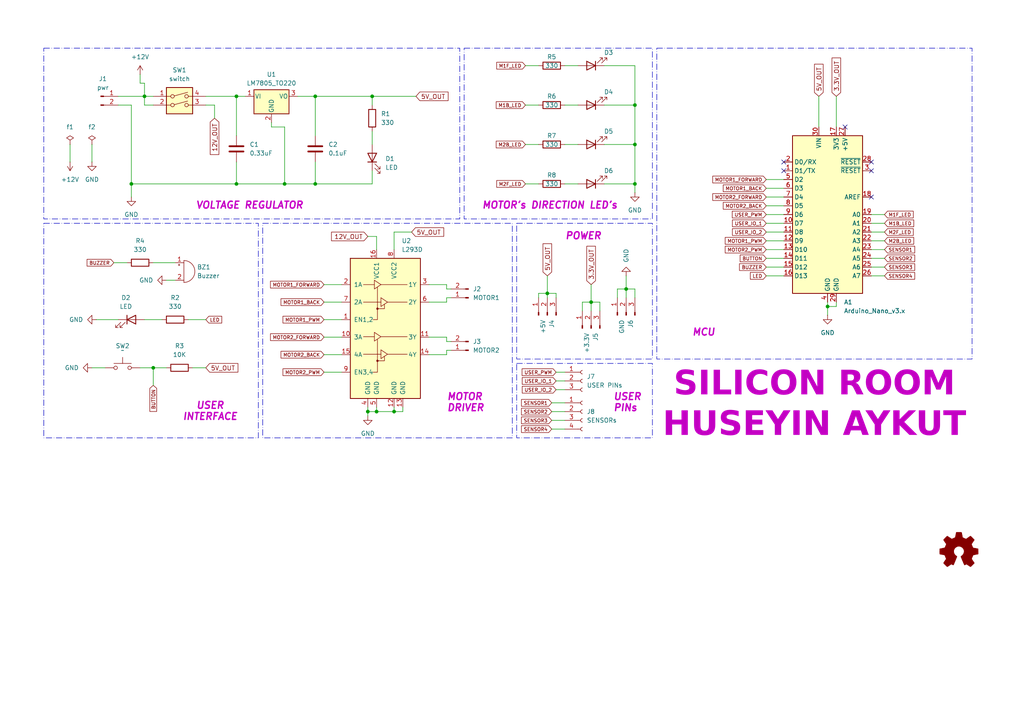
<source format=kicad_sch>
(kicad_sch (version 20231120) (generator "eeschema") (generator_version "8.0")
  (paper "A4")
  (title_block (title "ROBOT CONTROL PCB") (date "2024-10-19") (rev "MARK 1.0") (company "SILICON ROOM") (comment 1 "HUSEYIN AYKUT"))
  (lib_symbols
    (symbol "Connector:Conn_01x02_Pin" (pin_names (offset 1.016) hide)
      (property "Reference" "J" (at 0 2.54 0))
      (property "Value" "Conn_01x02_Pin" (at 0 -5.08 0))
      (symbol "Conn_01x02_Pin_1_1"
        (polyline (pts (xy 1.27 -2.54) (xy 0.8636 -2.54)) (stroke (width 0.1524)))
        (polyline (pts (xy 1.27 0) (xy 0.8636 0)) (stroke (width 0.1524)))
        (rectangle (start 0.8636 -2.413) (end 0 -2.667) (stroke (width 0.1524)) (fill (type outline)))
        (rectangle (start 0.8636 0.127) (end 0 -0.127) (stroke (width 0.1524)) (fill (type outline)))
        (pin passive line (at 5.08 0 180) (length 3.81) (name "Pin_1") (number "1"))
        (pin passive line (at 5.08 -2.54 180) (length 3.81) (name "Pin_2") (number "2"))
      )
    )
    (symbol "Connector:Conn_01x03_Pin" (pin_names (offset 1.016) hide)
      (property "Reference" "J" (at 0 5.08 0))
      (property "Value" "Conn_01x03_Pin" (at 0 -5.08 0))
      (symbol "Conn_01x03_Pin_1_1"
        (polyline (pts (xy 1.27 -2.54) (xy 0.8636 -2.54)) (stroke (width 0.1524)))
        (polyline (pts (xy 1.27 0) (xy 0.8636 0)) (stroke (width 0.1524)))
        (polyline (pts (xy 1.27 2.54) (xy 0.8636 2.54)) (stroke (width 0.1524)))
        (rectangle (start 0.8636 -2.413) (end 0 -2.667) (stroke (width 0.1524)) (fill (type outline)))
        (rectangle (start 0.8636 0.127) (end 0 -0.127) (stroke (width 0.1524)) (fill (type outline)))
        (rectangle (start 0.8636 2.667) (end 0 2.413) (stroke (width 0.1524)) (fill (type outline)))
        (pin passive line (at 5.08 2.54 180) (length 3.81) (name "Pin_1") (number "1"))
        (pin passive line (at 5.08 0 180) (length 3.81) (name "Pin_2") (number "2"))
        (pin passive line (at 5.08 -2.54 180) (length 3.81) (name "Pin_3") (number "3"))
      )
    )
    (symbol "Connector:Conn_01x03_Socket" (pin_names (offset 1.016) hide)
      (property "Reference" "J" (at 0 5.08 0))
      (property "Value" "Conn_01x03_Socket" (at 0 -5.08 0))
      (symbol "Conn_01x03_Socket_1_1"
        (arc (start 0 -2.032) (mid -0.5058 -2.54) (end 0 -3.048) (stroke (width 0.1524)))
        (polyline (pts (xy -1.27 -2.54) (xy -0.508 -2.54)) (stroke (width 0.1524)))
        (polyline (pts (xy -1.27 0) (xy -0.508 0)) (stroke (width 0.1524)))
        (polyline (pts (xy -1.27 2.54) (xy -0.508 2.54)) (stroke (width 0.1524)))
        (arc (start 0 0.508) (mid -0.5058 0) (end 0 -0.508) (stroke (width 0.1524)))
        (arc (start 0 3.048) (mid -0.5058 2.54) (end 0 2.032) (stroke (width 0.1524)))
        (pin passive line (at -5.08 2.54 0) (length 3.81) (name "Pin_1") (number "1"))
        (pin passive line (at -5.08 0 0) (length 3.81) (name "Pin_2") (number "2"))
        (pin passive line (at -5.08 -2.54 0) (length 3.81) (name "Pin_3") (number "3"))
      )
    )
    (symbol "Connector:Conn_01x04_Socket" (pin_names (offset 1.016) hide)
      (property "Reference" "J" (at 0 5.08 0))
      (property "Value" "Conn_01x04_Socket" (at 0 -7.62 0))
      (symbol "Conn_01x04_Socket_1_1"
        (arc (start 0 -4.572) (mid -0.5058 -5.08) (end 0 -5.588) (stroke (width 0.1524)))
        (arc (start 0 -2.032) (mid -0.5058 -2.54) (end 0 -3.048) (stroke (width 0.1524)))
        (polyline (pts (xy -1.27 -5.08) (xy -0.508 -5.08)) (stroke (width 0.1524)))
        (polyline (pts (xy -1.27 -2.54) (xy -0.508 -2.54)) (stroke (width 0.1524)))
        (polyline (pts (xy -1.27 0) (xy -0.508 0)) (stroke (width 0.1524)))
        (polyline (pts (xy -1.27 2.54) (xy -0.508 2.54)) (stroke (width 0.1524)))
        (arc (start 0 0.508) (mid -0.5058 0) (end 0 -0.508) (stroke (width 0.1524)))
        (arc (start 0 3.048) (mid -0.5058 2.54) (end 0 2.032) (stroke (width 0.1524)))
        (pin passive line (at -5.08 2.54 0) (length 3.81) (name "Pin_1") (number "1"))
        (pin passive line (at -5.08 0 0) (length 3.81) (name "Pin_2") (number "2"))
        (pin passive line (at -5.08 -2.54 0) (length 3.81) (name "Pin_3") (number "3"))
        (pin passive line (at -5.08 -5.08 0) (length 3.81) (name "Pin_4") (number "4"))
      )
    )
    (symbol "Device:Buzzer" (pin_names (offset 0.0254) hide)
      (property "Reference" "BZ" (at 3.81 1.27 0))
      (property "Value" "Buzzer" (at 3.81 -1.27 0))
      (symbol "Buzzer_0_1"
        (arc (start 0 -3.175) (mid 3.1612 0) (end 0 3.175))
        (polyline (pts (xy -1.651 1.905) (xy -1.143 1.905)))
        (polyline (pts (xy -1.397 2.159) (xy -1.397 1.651)))
        (polyline (pts (xy 0 3.175) (xy 0 -3.175)))
      )
      (symbol "Buzzer_1_1"
        (pin passive line (at -2.54 2.54 0) (length 2.54) (name "+") (number "1"))
        (pin passive line (at -2.54 -2.54 0) (length 2.54) (name "-") (number "2"))
      )
    )
    (symbol "Device:C" (pin_numbers hide) (pin_names (offset 0.254))
      (property "Reference" "C" (at 0.635 2.54 0))
      (property "Value" "C" (at 0.635 -2.54 0))
      (symbol "C_0_1"
        (polyline (pts (xy -2.032 -0.762) (xy 2.032 -0.762)) (stroke (width 0.508)))
        (polyline (pts (xy -2.032 0.762) (xy 2.032 0.762)) (stroke (width 0.508)))
      )
      (symbol "C_1_1"
        (pin passive line (at 0 3.81 270) (length 2.794) (name "~") (number "1"))
        (pin passive line (at 0 -3.81 90) (length 2.794) (name "~") (number "2"))
      )
    )
    (symbol "Device:LED" (pin_numbers hide) (pin_names (offset 1.016) hide)
      (property "Reference" "D" (at 0 2.54 0))
      (property "Value" "LED" (at 0 -2.54 0))
      (symbol "LED_0_1"
        (polyline (pts (xy -1.27 -1.27) (xy -1.27 1.27)) (stroke (width 0.254)))
        (polyline (pts (xy -1.27 0) (xy 1.27 0)))
        (polyline (pts (xy 1.27 -1.27) (xy 1.27 1.27) (xy -1.27 0) (xy 1.27 -1.27)) (stroke (width 0.254)))
        (polyline (pts (xy -3.048 -0.762) (xy -4.572 -2.286) (xy -3.81 -2.286) (xy -4.572 -2.286) (xy -4.572 -1.524)))
        (polyline (pts (xy -1.778 -0.762) (xy -3.302 -2.286) (xy -2.54 -2.286) (xy -3.302 -2.286) (xy -3.302 -1.524)))
      )
      (symbol "LED_1_1"
        (pin passive line (at -3.81 0 0) (length 2.54) (name "K") (number "1"))
        (pin passive line (at 3.81 0 180) (length 2.54) (name "A") (number "2"))
      )
    )
    (symbol "Device:R" (pin_numbers hide) (pin_names (offset 0))
      (property "Reference" "R" (at 2.032 0 90))
      (property "Value" "R" (at 0 0 90))
      (symbol "R_0_1"
        (rectangle (start -1.016 -2.54) (end 1.016 2.54) (stroke (width 0.254)))
      )
      (symbol "R_1_1"
        (pin passive line (at 0 3.81 270) (length 1.27) (name "~") (number "1"))
        (pin passive line (at 0 -3.81 90) (length 1.27) (name "~") (number "2"))
      )
    )
    (symbol "Driver_Motor:L293D" (pin_names (offset 1.016))
      (property "Reference" "U" (at -5.08 26.035 0))
      (property "Value" "L293D" (at -5.08 24.13 0))
      (symbol "L293D_0_1"
        (rectangle (start -10.16 22.86) (end 10.16 -17.78) (stroke (width 0.254)) (fill (type background)))
        (circle (center -2.286 -6.858) (radius 0.254) (fill (type outline)))
        (circle (center -2.286 8.255) (radius 0.254) (fill (type outline)))
        (polyline (pts (xy -6.35 -4.953) (xy -1.27 -4.953)))
        (polyline (pts (xy -6.35 0.127) (xy -3.175 0.127)))
        (polyline (pts (xy -6.35 10.16) (xy -1.27 10.16)))
        (polyline (pts (xy -6.35 15.24) (xy -3.175 15.24)))
        (polyline (pts (xy -1.27 0.127) (xy 6.35 0.127)))
        (polyline (pts (xy -1.27 15.24) (xy 6.35 15.24)))
        (polyline (pts (xy 0.635 -4.953) (xy 6.35 -4.953)))
        (polyline (pts (xy 0.635 10.16) (xy 6.35 10.16)))
        (polyline (pts (xy -2.286 -6.858) (xy -0.254 -6.858) (xy -0.254 -5.588)))
        (polyline (pts (xy -2.286 -0.635) (xy -2.286 -10.16) (xy -3.556 -10.16)))
        (polyline (pts (xy -2.286 8.255) (xy -0.254 8.255) (xy -0.254 9.525)))
        (polyline (pts (xy -2.286 14.478) (xy -2.286 5.08) (xy -3.556 5.08)))
        (polyline (pts (xy -3.175 1.397) (xy -3.175 -1.143) (xy -1.27 0.127) (xy -3.175 1.397)))
        (polyline (pts (xy -3.175 16.51) (xy -3.175 13.97) (xy -1.27 15.24) (xy -3.175 16.51)))
        (polyline (pts (xy -1.27 -3.683) (xy -1.27 -6.223) (xy 0.635 -4.953) (xy -1.27 -3.683)))
        (polyline (pts (xy -1.27 11.43) (xy -1.27 8.89) (xy 0.635 10.16) (xy -1.27 11.43)))
      )
      (symbol "L293D_1_1"
        (pin input line (at -12.7 5.08 0) (length 2.54) (name "EN1,2") (number "1"))
        (pin input line (at -12.7 0 0) (length 2.54) (name "3A") (number "10"))
        (pin output line (at 12.7 0 180) (length 2.54) (name "3Y") (number "11"))
        (pin power_in line (at 2.54 -20.32 90) (length 2.54) (name "GND") (number "12"))
        (pin power_in line (at 5.08 -20.32 90) (length 2.54) (name "GND") (number "13"))
        (pin output line (at 12.7 -5.08 180) (length 2.54) (name "4Y") (number "14"))
        (pin input line (at -12.7 -5.08 0) (length 2.54) (name "4A") (number "15"))
        (pin power_in line (at -2.54 25.4 270) (length 2.54) (name "VCC1") (number "16"))
        (pin input line (at -12.7 15.24 0) (length 2.54) (name "1A") (number "2"))
        (pin output line (at 12.7 15.24 180) (length 2.54) (name "1Y") (number "3"))
        (pin power_in line (at -5.08 -20.32 90) (length 2.54) (name "GND") (number "4"))
        (pin power_in line (at -2.54 -20.32 90) (length 2.54) (name "GND") (number "5"))
        (pin output line (at 12.7 10.16 180) (length 2.54) (name "2Y") (number "6"))
        (pin input line (at -12.7 10.16 0) (length 2.54) (name "2A") (number "7"))
        (pin power_in line (at 2.54 25.4 270) (length 2.54) (name "VCC2") (number "8"))
        (pin input line (at -12.7 -10.16 0) (length 2.54) (name "EN3,4") (number "9"))
      )
    )
    (symbol "Graphic:Logo_Open_Hardware_Small" (in_bom no) (on_board no)
      (symbol "Logo_Open_Hardware_Small_0_1"
        (polyline (pts (xy 3.3528 -4.3434) (xy 3.302 -4.318) (xy 3.175 -4.2418) (xy 2.9972 -4.1148) (xy 2.7686 -3.9624) (xy 2.54 -3.81) (xy 2.3622 -3.7084) (xy 2.2352 -3.6068) (xy 2.1844 -3.5814) (xy 2.159 -3.6068) (xy 2.0574 -3.6576) (xy 1.905 -3.7338) (xy 1.8034 -3.7846) (xy 1.6764 -3.8354) (xy 1.6002 -3.8354) (xy 1.6002 -3.8354) (xy 1.5494 -3.7338) (xy 1.4732 -3.5306) (xy 1.3462 -3.302) (xy 1.2446 -3.0226) (xy 1.1176 -2.7178) (xy 0.9652 -2.413) (xy 0.8636 -2.1082) (xy 0.7366 -1.8288) (xy 0.6604 -1.6256) (xy 0.6096 -1.4732) (xy 0.5842 -1.397) (xy 0.5842 -1.397) (xy 0.6604 -1.3208) (xy 0.7874 -1.2446) (xy 1.0414 -1.016) (xy 1.2954 -0.6858) (xy 1.4478 -0.3302) (xy 1.524 0.0762) (xy 1.4732 0.4572) (xy 1.3208 0.8128) (xy 1.0668 1.143) (xy 0.762 1.3716) (xy 0.4064 1.524) (xy 0 1.5748) (xy -0.381 1.5494) (xy -0.7366 1.397) (xy -1.0668 1.143) (xy -1.2192 0.9906) (xy -1.397 0.6604) (xy -1.524 0.3048) (xy -1.524 0.2286) (xy -1.4986 -0.1778) (xy -1.397 -0.5334) (xy -1.1938 -0.8636) (xy -0.9144 -1.143) (xy -0.8636 -1.1684) (xy -0.7366 -1.27) (xy -0.635 -1.3462) (xy -0.5842 -1.397) (xy -1.0668 -2.5908) (xy -1.143 -2.794) (xy -1.2954 -3.1242) (xy -1.397 -3.4036) (xy -1.4986 -3.6322) (xy -1.5748 -3.7846) (xy -1.6002 -3.8354) (xy -1.6002 -3.8354) (xy -1.651 -3.8354) (xy -1.7272 -3.81) (xy -1.905 -3.7338) (xy -2.0066 -3.683) (xy -2.1336 -3.6068) (xy -2.2098 -3.5814) (xy -2.2606 -3.6068) (xy -2.3622 -3.683) (xy -2.54 -3.81) (xy -2.7686 -3.9624) (xy -2.9718 -4.0894) (xy -3.1496 -4.2164) (xy -3.302 -4.318) (xy -3.3528 -4.3434) (xy -3.3782 -4.3434) (xy -3.429 -4.318) (xy -3.5306 -4.2164) (xy -3.7084 -4.064) (xy -3.937 -3.8354) (xy -3.9624 -3.81) (xy -4.1656 -3.6068) (xy -4.318 -3.4544) (xy -4.4196 -3.3274) (xy -4.445 -3.2766) (xy -4.445 -3.2766) (xy -4.4196 -3.2258) (xy -4.318 -3.0734) (xy -4.2164 -2.8956) (xy -4.064 -2.667) (xy -3.6576 -2.0828) (xy -3.8862 -1.5494) (xy -3.937 -1.3716) (xy -4.0386 -1.1684) (xy -4.0894 -1.0414) (xy -4.1148 -0.9652) (xy -4.191 -0.9398) (xy -4.318 -0.9144) (xy -4.5466 -0.8636) (xy -4.8006 -0.8128) (xy -5.0546 -0.7874) (xy -5.2578 -0.7366) (xy -5.4356 -0.7112) (xy -5.5118 -0.6858) (xy -5.5118 -0.6858) (xy -5.5372 -0.635) (xy -5.5372 -0.5588) (xy -5.5372 -0.4318) (xy -5.5626 -0.2286) (xy -5.5626 0.0762) (xy -5.5626 0.127) (xy -5.5372 0.4064) (xy -5.5372 0.635) (xy -5.5372 0.762) (xy -5.5372 0.8382) (xy -5.5372 0.8382) (xy -5.461 0.8382) (xy -5.3086 0.889) (xy -5.08 0.9144) (xy -4.826 0.9652) (xy -4.8006 0.9906) (xy -4.5466 1.0414) (xy -4.318 1.0668) (xy -4.1656 1.1176) (xy -4.0894 1.143) (xy -4.0894 1.143) (xy -4.0386 1.2446) (xy -3.9624 1.4224) (xy -3.8608 1.6256) (xy -3.7846 1.8288) (xy -3.7084 2.0066) (xy -3.6576 2.159) (xy -3.6322 2.2098) (xy -3.6322 2.2098) (xy -3.683 2.286) (xy -3.7592 2.413) (xy -3.8862 2.5908) (xy -4.064 2.8194) (xy -4.064 2.8448) (xy -4.2164 3.0734) (xy -4.3434 3.2512) (xy -4.4196 3.3782) (xy -4.445 3.4544) (xy -4.445 3.4544) (xy -4.3942 3.5052) (xy -4.2926 3.6322) (xy -4.1148 3.81) (xy -3.937 4.0132) (xy -3.8608 4.064) (xy -3.6576 4.2926) (xy -3.5052 4.4196) (xy -3.4036 4.4958) (xy -3.3528 4.5212) (xy -3.3528 4.5212) (xy -3.302 4.4704) (xy -3.1496 4.3688) (xy -2.9718 4.2418) (xy -2.7432 4.0894) (xy -2.7178 4.0894) (xy -2.4892 3.937) (xy -2.3114 3.81) (xy -2.1844 3.7084) (xy -2.1336 3.683) (xy -2.1082 3.683) (xy -2.032 3.7084) (xy -1.8542 3.7592) (xy -1.6764 3.8354) (xy -1.4732 3.937) (xy -1.27 4.0132) (xy -1.143 4.064) (xy -1.0668 4.1148) (xy -1.0668 4.1148) (xy -1.0414 4.191) (xy -1.016 4.3434) (xy -0.9652 4.572) (xy -0.9144 4.8514) (xy -0.889 4.9022) (xy -0.8382 5.1562) (xy -0.8128 5.3848) (xy -0.7874 5.5372) (xy -0.762 5.588) (xy -0.7112 5.6134) (xy -0.5842 5.6134) (xy -0.4064 5.6134) (xy -0.1524 5.6134) (xy 0.0762 5.6134) (xy 0.3302 5.6134) (xy 0.5334 5.6134) (xy 0.6858 5.588) (xy 0.7366 5.588) (xy 0.7366 5.588) (xy 0.762 5.5118) (xy 0.8128 5.334) (xy 0.8382 5.1054) (xy 0.9144 4.826) (xy 0.9144 4.7752) (xy 0.9652 4.5212) (xy 1.016 4.2926) (xy 1.0414 4.1402) (xy 1.0668 4.0894) (xy 1.0668 4.0894) (xy 1.1938 4.0386) (xy 1.3716 3.9624) (xy 1.5748 3.8608) (xy 2.0828 3.6576) (xy 2.7178 4.0894) (xy 2.7686 4.1402) (xy 2.9972 4.2926) (xy 3.175 4.4196) (xy 3.302 4.4958) (xy 3.3782 4.5212) (xy 3.3782 4.5212) (xy 3.429 4.4704) (xy 3.556 4.3434) (xy 3.7338 4.191) (xy 3.9116 3.9878) (xy 4.064 3.8354) (xy 4.2418 3.6576) (xy 4.3434 3.556) (xy 4.4196 3.4798) (xy 4.4196 3.429) (xy 4.4196 3.4036) (xy 4.3942 3.3274) (xy 4.2926 3.2004) (xy 4.1656 2.9972) (xy 4.0132 2.794) (xy 3.8862 2.5908) (xy 3.7592 2.3876) (xy 3.6576 2.2352) (xy 3.6322 2.159) (xy 3.6322 2.1336) (xy 3.683 2.0066) (xy 3.7592 1.8288) (xy 3.8608 1.6002) (xy 4.064 1.1176) (xy 4.3942 1.0414) (xy 4.5974 1.016) (xy 4.8768 0.9652) (xy 5.1308 0.9144) (xy 5.5372 0.8382) (xy 5.5626 -0.6604) (xy 5.4864 -0.6858) (xy 5.4356 -0.6858) (xy 5.2832 -0.7366) (xy 5.0546 -0.762) (xy 4.8006 -0.8128) (xy 4.5974 -0.8636) (xy 4.3688 -0.9144) (xy 4.2164 -0.9398) (xy 4.1402 -0.9398) (xy 4.1148 -0.9652) (xy 4.064 -1.0668) (xy 3.9878 -1.2446) (xy 3.9116 -1.4478) (xy 3.81 -1.651) (xy 3.7338 -1.8542) (xy 3.683 -2.0066) (xy 3.6576 -2.0828) (xy 3.683 -2.1336) (xy 3.7846 -2.2606) (xy 3.8862 -2.4638) (xy 4.0386 -2.667) (xy 4.191 -2.8956) (xy 4.318 -3.0734) (xy 4.3942 -3.2004) (xy 4.445 -3.2766) (xy 4.4196 -3.3274) (xy 4.3434 -3.429) (xy 4.1656 -3.5814) (xy 3.937 -3.8354) (xy 3.8862 -3.8608) (xy 3.683 -4.064) (xy 3.5306 -4.2164) (xy 3.4036 -4.318) (xy 3.3528 -4.3434)) (fill (type outline)))
      )
    )
    (symbol "MCU_Module:Arduino_Nano_v3.x"
      (property "Reference" "A" (at -10.16 23.495 0))
      (property "Value" "Arduino_Nano_v3.x" (at 5.08 -24.13 0))
      (symbol "Arduino_Nano_v3.x_0_1"
        (rectangle (start -10.16 22.86) (end 10.16 -22.86) (stroke (width 0.254)) (fill (type background)))
      )
      (symbol "Arduino_Nano_v3.x_1_1"
        (pin bidirectional line (at -12.7 12.7 0) (length 2.54) (name "D1/TX") (number "1"))
        (pin bidirectional line (at -12.7 -2.54 0) (length 2.54) (name "D7") (number "10"))
        (pin bidirectional line (at -12.7 -5.08 0) (length 2.54) (name "D8") (number "11"))
        (pin bidirectional line (at -12.7 -7.62 0) (length 2.54) (name "D9") (number "12"))
        (pin bidirectional line (at -12.7 -10.16 0) (length 2.54) (name "D10") (number "13"))
        (pin bidirectional line (at -12.7 -12.7 0) (length 2.54) (name "D11") (number "14"))
        (pin bidirectional line (at -12.7 -15.24 0) (length 2.54) (name "D12") (number "15"))
        (pin bidirectional line (at -12.7 -17.78 0) (length 2.54) (name "D13") (number "16"))
        (pin power_out line (at 2.54 25.4 270) (length 2.54) (name "3V3") (number "17"))
        (pin input line (at 12.7 5.08 180) (length 2.54) (name "AREF") (number "18"))
        (pin bidirectional line (at 12.7 0 180) (length 2.54) (name "A0") (number "19"))
        (pin bidirectional line (at -12.7 15.24 0) (length 2.54) (name "D0/RX") (number "2"))
        (pin bidirectional line (at 12.7 -2.54 180) (length 2.54) (name "A1") (number "20"))
        (pin bidirectional line (at 12.7 -5.08 180) (length 2.54) (name "A2") (number "21"))
        (pin bidirectional line (at 12.7 -7.62 180) (length 2.54) (name "A3") (number "22"))
        (pin bidirectional line (at 12.7 -10.16 180) (length 2.54) (name "A4") (number "23"))
        (pin bidirectional line (at 12.7 -12.7 180) (length 2.54) (name "A5") (number "24"))
        (pin bidirectional line (at 12.7 -15.24 180) (length 2.54) (name "A6") (number "25"))
        (pin bidirectional line (at 12.7 -17.78 180) (length 2.54) (name "A7") (number "26"))
        (pin power_out line (at 5.08 25.4 270) (length 2.54) (name "+5V") (number "27"))
        (pin input line (at 12.7 15.24 180) (length 2.54) (name "~{RESET}") (number "28"))
        (pin power_in line (at 2.54 -25.4 90) (length 2.54) (name "GND") (number "29"))
        (pin input line (at 12.7 12.7 180) (length 2.54) (name "~{RESET}") (number "3"))
        (pin power_in line (at -2.54 25.4 270) (length 2.54) (name "VIN") (number "30"))
        (pin power_in line (at 0 -25.4 90) (length 2.54) (name "GND") (number "4"))
        (pin bidirectional line (at -12.7 10.16 0) (length 2.54) (name "D2") (number "5"))
        (pin bidirectional line (at -12.7 7.62 0) (length 2.54) (name "D3") (number "6"))
        (pin bidirectional line (at -12.7 5.08 0) (length 2.54) (name "D4") (number "7"))
        (pin bidirectional line (at -12.7 2.54 0) (length 2.54) (name "D5") (number "8"))
        (pin bidirectional line (at -12.7 0 0) (length 2.54) (name "D6") (number "9"))
      )
    )
    (symbol "Regulator_Linear:LM7805_TO220" (pin_names (offset 0.254))
      (property "Reference" "U" (at -3.81 3.175 0))
      (property "Value" "LM7805_TO220" (at 0 3.175 0))
      (symbol "LM7805_TO220_0_1"
        (rectangle (start -5.08 1.905) (end 5.08 -5.08) (stroke (width 0.254)) (fill (type background)))
      )
      (symbol "LM7805_TO220_1_1"
        (pin power_in line (at -7.62 0 0) (length 2.54) (name "VI") (number "1"))
        (pin power_in line (at 0 -7.62 90) (length 2.54) (name "GND") (number "2"))
        (pin power_out line (at 7.62 0 180) (length 2.54) (name "VO") (number "3"))
      )
    )
    (symbol "Switch:SW_DIP_x02" (pin_names (offset 0) hide)
      (property "Reference" "SW" (at 0 6.35 0))
      (property "Value" "SW_DIP_x02" (at 0 -3.81 0))
      (symbol "SW_DIP_x02_0_0"
        (circle (center -2.032 0) (radius 0.508))
        (circle (center -2.032 2.54) (radius 0.508))
        (polyline (pts (xy -1.524 0.127) (xy 2.3622 1.1684)))
        (polyline (pts (xy -1.524 2.667) (xy 2.3622 3.7084)))
        (circle (center 2.032 0) (radius 0.508))
        (circle (center 2.032 2.54) (radius 0.508))
      )
      (symbol "SW_DIP_x02_0_1"
        (rectangle (start -3.81 5.08) (end 3.81 -2.54) (stroke (width 0.254)) (fill (type background)))
      )
      (symbol "SW_DIP_x02_1_1"
        (pin passive line (at -7.62 2.54 0) (length 5.08) (name "~") (number "1"))
        (pin passive line (at -7.62 0 0) (length 5.08) (name "~") (number "2"))
        (pin passive line (at 7.62 0 180) (length 5.08) (name "~") (number "3"))
        (pin passive line (at 7.62 2.54 180) (length 5.08) (name "~") (number "4"))
      )
    )
    (symbol "Switch:SW_Push" (pin_numbers hide) (pin_names (offset 1.016) hide)
      (property "Reference" "SW" (at 1.27 2.54 0))
      (property "Value" "SW_Push" (at 0 -1.524 0))
      (symbol "SW_Push_0_1"
        (circle (center -2.032 0) (radius 0.508))
        (polyline (pts (xy 0 1.27) (xy 0 3.048)))
        (polyline (pts (xy 2.54 1.27) (xy -2.54 1.27)))
        (circle (center 2.032 0) (radius 0.508))
        (pin passive line (at -5.08 0 0) (length 2.54) (name "1") (number "1"))
        (pin passive line (at 5.08 0 180) (length 2.54) (name "2") (number "2"))
      )
    )
    (symbol "power:+12V" (power) (pin_numbers hide) (pin_names (offset 0) hide)
      (property "Value" "+12V" (at 0 3.556 0))
      (symbol "+12V_0_1"
        (polyline (pts (xy -0.762 1.27) (xy 0 2.54)))
        (polyline (pts (xy 0 0) (xy 0 2.54)))
        (polyline (pts (xy 0 2.54) (xy 0.762 1.27)))
      )
      (symbol "+12V_1_1"
        (pin power_in line (at 0 0 90) (length 0) (name "~") (number "1"))
      )
    )
    (symbol "power:GND" (power) (pin_numbers hide) (pin_names (offset 0) hide)
      (property "Value" "GND" (at 0 -3.81 0))
      (symbol "GND_0_1"
        (polyline (pts (xy 0 0) (xy 0 -1.27) (xy 1.27 -1.27) (xy 0 -2.54) (xy -1.27 -1.27) (xy 0 -1.27)))
      )
      (symbol "GND_1_1"
        (pin power_in line (at 0 0 270) (length 0) (name "~") (number "1"))
      )
    )
    (symbol "power:PWR_FLAG" (power) (pin_numbers hide) (pin_names (offset 0) hide)
      (property "Value" "PWR_FLAG" (at 0 3.81 0))
      (symbol "PWR_FLAG_0_0"
        (pin power_out line (at 0 0 90) (length 0) (name "~") (number "1"))
      )
      (symbol "PWR_FLAG_0_1"
        (polyline (pts (xy 0 0) (xy 0 1.27) (xy -1.016 1.905) (xy 0 2.54) (xy 1.016 1.905) (xy 0 1.27)))
      )
    )
  )
  (junction (at 184.15 41.91))
  (junction (at 181.61 83.82))
  (junction (at 41.91 27.94))
  (junction (at 109.22 119.38))
  (junction (at 44.45 106.68))
  (junction (at 114.3 119.38))
  (junction (at 106.68 119.38))
  (junction (at 171.45 87.63))
  (junction (at 158.75 85.09))
  (junction (at 240.03 88.9))
  (junction (at 68.58 27.94))
  (junction (at 82.55 53.34))
  (junction (at 91.44 53.34))
  (junction (at 184.15 53.34))
  (junction (at 91.44 27.94))
  (junction (at 107.95 27.94))
  (junction (at 38.1 53.34))
  (junction (at 68.58 53.34))
  (junction (at 184.15 30.48))
  (no_connect (at 245.11 36.83))
  (no_connect (at 252.73 49.53))
  (no_connect (at 227.33 49.53))
  (no_connect (at 227.33 46.99))
  (no_connect (at 252.73 46.99))
  (no_connect (at 252.73 57.15))
  (wire (pts (xy 163.83 53.34) (xy 167.64 53.34)))
  (wire (pts (xy 252.73 64.77) (xy 256.54 64.77)))
  (wire (pts (xy 163.83 30.48) (xy 167.64 30.48)))
  (wire (pts (xy 163.83 19.05) (xy 167.64 19.05)))
  (wire (pts (xy 252.73 69.85) (xy 256.54 69.85)))
  (wire (pts (xy 93.98 107.95) (xy 99.06 107.95)))
  (wire (pts (xy 222.25 77.47) (xy 227.33 77.47)))
  (wire (pts (xy 44.45 106.68) (xy 44.45 111.76)))
  (wire (pts (xy 168.91 87.63) (xy 168.91 90.17)))
  (wire (pts (xy 171.45 87.63) (xy 171.45 90.17)))
  (wire (pts (xy 184.15 53.34) (xy 184.15 41.91)))
  (wire (pts (xy 158.75 80.01) (xy 158.75 85.09)))
  (wire (pts (xy 78.74 36.83) (xy 82.55 36.83)))
  (wire (pts (xy 240.03 88.9) (xy 240.03 91.44)))
  (wire (pts (xy 107.95 30.48) (xy 107.95 27.94)))
  (wire (pts (xy 40.64 106.68) (xy 44.45 106.68)))
  (wire (pts (xy 184.15 19.05) (xy 175.26 19.05)))
  (wire (pts (xy 152.4 30.48) (xy 156.21 30.48)))
  (wire (pts (xy 38.1 30.48) (xy 34.29 30.48)))
  (wire (pts (xy 222.25 59.69) (xy 227.33 59.69)))
  (wire (pts (xy 40.64 24.13) (xy 41.91 24.13)))
  (wire (pts (xy 242.57 27.94) (xy 242.57 36.83)))
  (wire (pts (xy 41.91 30.48) (xy 41.91 27.94)))
  (wire (pts (xy 54.61 92.71) (xy 59.69 92.71)))
  (wire (pts (xy 222.25 52.07) (xy 227.33 52.07)))
  (wire (pts (xy 116.84 119.38) (xy 116.84 118.11)))
  (wire (pts (xy 156.21 85.09) (xy 158.75 85.09)))
  (wire (pts (xy 106.68 118.11) (xy 106.68 119.38)))
  (wire (pts (xy 242.57 88.9) (xy 242.57 87.63)))
  (wire (pts (xy 27.94 92.71) (xy 34.29 92.71)))
  (wire (pts (xy 160.02 121.92) (xy 163.83 121.92)))
  (wire (pts (xy 91.44 46.99) (xy 91.44 53.34)))
  (wire (pts (xy 107.95 27.94) (xy 120.65 27.94)))
  (wire (pts (xy 91.44 27.94) (xy 86.36 27.94)))
  (wire (pts (xy 175.26 53.34) (xy 184.15 53.34)))
  (wire (pts (xy 184.15 83.82) (xy 181.61 83.82)))
  (wire (pts (xy 44.45 76.2) (xy 50.8 76.2)))
  (wire (pts (xy 158.75 85.09) (xy 158.75 86.36)))
  (wire (pts (xy 129.54 102.87) (xy 129.54 101.6)))
  (wire (pts (xy 184.15 30.48) (xy 184.15 19.05)))
  (wire (pts (xy 160.02 124.46) (xy 163.83 124.46)))
  (wire (pts (xy 181.61 83.82) (xy 181.61 86.36)))
  (wire (pts (xy 59.69 30.48) (xy 62.23 30.48)))
  (wire (pts (xy 152.4 19.05) (xy 156.21 19.05)))
  (wire (pts (xy 222.25 72.39) (xy 227.33 72.39)))
  (wire (pts (xy 158.75 85.09) (xy 161.29 85.09)))
  (wire (pts (xy 109.22 72.39) (xy 109.22 68.58)))
  (wire (pts (xy 93.98 97.79) (xy 99.06 97.79)))
  (wire (pts (xy 184.15 41.91) (xy 184.15 30.48)))
  (wire (pts (xy 152.4 53.34) (xy 156.21 53.34)))
  (wire (pts (xy 91.44 53.34) (xy 82.55 53.34)))
  (wire (pts (xy 93.98 82.55) (xy 99.06 82.55)))
  (wire (pts (xy 152.4 41.91) (xy 156.21 41.91)))
  (wire (pts (xy 20.32 41.91) (xy 20.32 46.99)))
  (wire (pts (xy 252.73 80.01) (xy 256.54 80.01)))
  (wire (pts (xy 93.98 92.71) (xy 99.06 92.71)))
  (wire (pts (xy 129.54 97.79) (xy 129.54 99.06)))
  (wire (pts (xy 68.58 46.99) (xy 68.58 53.34)))
  (wire (pts (xy 44.45 30.48) (xy 41.91 30.48)))
  (wire (pts (xy 184.15 86.36) (xy 184.15 83.82)))
  (wire (pts (xy 240.03 88.9) (xy 242.57 88.9)))
  (wire (pts (xy 129.54 82.55) (xy 124.46 82.55)))
  (wire (pts (xy 26.67 41.91) (xy 26.67 46.99)))
  (wire (pts (xy 33.02 76.2) (xy 36.83 76.2)))
  (wire (pts (xy 129.54 99.06) (xy 130.81 99.06)))
  (wire (pts (xy 106.68 119.38) (xy 109.22 119.38)))
  (wire (pts (xy 106.68 119.38) (xy 106.68 120.65)))
  (wire (pts (xy 252.73 62.23) (xy 256.54 62.23)))
  (wire (pts (xy 41.91 92.71) (xy 46.99 92.71)))
  (wire (pts (xy 68.58 27.94) (xy 68.58 39.37)))
  (wire (pts (xy 55.88 106.68) (xy 59.69 106.68)))
  (wire (pts (xy 62.23 30.48) (xy 62.23 34.29)))
  (wire (pts (xy 119.38 67.31) (xy 114.3 67.31)))
  (wire (pts (xy 222.25 67.31) (xy 227.33 67.31)))
  (wire (pts (xy 222.25 74.93) (xy 227.33 74.93)))
  (wire (pts (xy 160.02 119.38) (xy 163.83 119.38)))
  (wire (pts (xy 107.95 53.34) (xy 91.44 53.34)))
  (wire (pts (xy 41.91 27.94) (xy 44.45 27.94)))
  (wire (pts (xy 175.26 30.48) (xy 184.15 30.48)))
  (wire (pts (xy 252.73 74.93) (xy 256.54 74.93)))
  (wire (pts (xy 161.29 85.09) (xy 161.29 86.36)))
  (wire (pts (xy 171.45 87.63) (xy 168.91 87.63)))
  (wire (pts (xy 240.03 87.63) (xy 240.03 88.9)))
  (wire (pts (xy 173.99 90.17) (xy 173.99 87.63)))
  (wire (pts (xy 38.1 53.34) (xy 38.1 57.15)))
  (wire (pts (xy 44.45 106.68) (xy 48.26 106.68)))
  (wire (pts (xy 114.3 67.31) (xy 114.3 72.39)))
  (wire (pts (xy 161.29 110.49) (xy 163.83 110.49)))
  (wire (pts (xy 129.54 87.63) (xy 129.54 86.36)))
  (wire (pts (xy 38.1 53.34) (xy 38.1 30.48)))
  (wire (pts (xy 93.98 87.63) (xy 99.06 87.63)))
  (wire (pts (xy 252.73 67.31) (xy 256.54 67.31)))
  (wire (pts (xy 107.95 27.94) (xy 91.44 27.94)))
  (wire (pts (xy 114.3 119.38) (xy 116.84 119.38)))
  (wire (pts (xy 175.26 41.91) (xy 184.15 41.91)))
  (wire (pts (xy 109.22 118.11) (xy 109.22 119.38)))
  (wire (pts (xy 107.95 38.1) (xy 107.95 41.91)))
  (wire (pts (xy 160.02 116.84) (xy 163.83 116.84)))
  (wire (pts (xy 59.69 27.94) (xy 68.58 27.94)))
  (wire (pts (xy 222.25 62.23) (xy 227.33 62.23)))
  (wire (pts (xy 34.29 27.94) (xy 41.91 27.94)))
  (wire (pts (xy 252.73 72.39) (xy 256.54 72.39)))
  (wire (pts (xy 129.54 101.6) (xy 130.81 101.6)))
  (wire (pts (xy 161.29 107.95) (xy 163.83 107.95)))
  (wire (pts (xy 222.25 80.01) (xy 227.33 80.01)))
  (wire (pts (xy 109.22 119.38) (xy 114.3 119.38)))
  (wire (pts (xy 91.44 39.37) (xy 91.44 27.94)))
  (wire (pts (xy 171.45 82.55) (xy 171.45 87.63)))
  (wire (pts (xy 222.25 57.15) (xy 227.33 57.15)))
  (wire (pts (xy 156.21 86.36) (xy 156.21 85.09)))
  (wire (pts (xy 82.55 36.83) (xy 82.55 53.34)))
  (wire (pts (xy 222.25 54.61) (xy 227.33 54.61)))
  (wire (pts (xy 124.46 102.87) (xy 129.54 102.87)))
  (wire (pts (xy 181.61 80.01) (xy 181.61 83.82)))
  (wire (pts (xy 173.99 87.63) (xy 171.45 87.63)))
  (wire (pts (xy 222.25 64.77) (xy 227.33 64.77)))
  (wire (pts (xy 184.15 53.34) (xy 184.15 55.88)))
  (wire (pts (xy 107.95 49.53) (xy 107.95 53.34)))
  (wire (pts (xy 124.46 97.79) (xy 129.54 97.79)))
  (wire (pts (xy 93.98 102.87) (xy 99.06 102.87)))
  (wire (pts (xy 181.61 83.82) (xy 179.07 83.82)))
  (wire (pts (xy 124.46 87.63) (xy 129.54 87.63)))
  (wire (pts (xy 129.54 86.36) (xy 130.81 86.36)))
  (wire (pts (xy 163.83 41.91) (xy 167.64 41.91)))
  (wire (pts (xy 237.49 27.94) (xy 237.49 36.83)))
  (wire (pts (xy 48.26 81.28) (xy 50.8 81.28)))
  (wire (pts (xy 114.3 118.11) (xy 114.3 119.38)))
  (wire (pts (xy 129.54 83.82) (xy 129.54 82.55)))
  (wire (pts (xy 109.22 68.58) (xy 106.68 68.58)))
  (wire (pts (xy 179.07 83.82) (xy 179.07 86.36)))
  (wire (pts (xy 78.74 35.56) (xy 78.74 36.83)))
  (wire (pts (xy 130.81 83.82) (xy 129.54 83.82)))
  (wire (pts (xy 222.25 69.85) (xy 227.33 69.85)))
  (wire (pts (xy 38.1 53.34) (xy 68.58 53.34)))
  (wire (pts (xy 161.29 113.03) (xy 163.83 113.03)))
  (wire (pts (xy 41.91 24.13) (xy 41.91 27.94)))
  (wire (pts (xy 252.73 77.47) (xy 256.54 77.47)))
  (wire (pts (xy 40.64 21.59) (xy 40.64 24.13)))
  (wire (pts (xy 68.58 27.94) (xy 71.12 27.94)))
  (wire (pts (xy 82.55 53.34) (xy 68.58 53.34)))
  (wire (pts (xy 26.67 106.68) (xy 30.48 106.68)))
  (rectangle (start 76.2 64.77) (end 148.59 127) (stroke (width 0) (type dash_dot)))
  (rectangle (start 134.62 13.97) (end 189.23 63.5) (stroke (width 0) (type dash_dot)))
  (rectangle (start 149.86 105.41) (end 189.23 127) (stroke (width 0) (type dash_dot)))
  (rectangle (start 149.86 64.77) (end 189.23 104.14) (stroke (width 0) (type dash_dot)))
  (rectangle (start 12.7 13.97) (end 133.35 63.5) (stroke (width 0) (type dash_dot)))
  (rectangle (start 190.5 13.97) (end 281.94 104.14) (stroke (width 0) (type dash_dot)))
  (rectangle (start 12.7 64.77) (end 74.93 127) (stroke (width 0) (type dash_dot)))
  (text "SILICON ROOM\nHUSEYIN AYKUT" (at 236.22 119.38 0) (effects (font (size 7 7) (thickness 1) (bold yes) (italic yes))))
  (text "POWER\n" (at 163.83 68.58 0) (effects (font (size 2 2) (thickness 0.4) (bold yes) (italic yes)) (justify left)))
  (text "MOTOR's DIRECTION LED's\n" (at 139.7 59.69 0) (effects (font (size 2 2) (thickness 0.4) (bold yes) (italic yes)) (justify left)))
  (text "MCU" (at 200.66 96.52 0) (effects (font (size 2 2) (thickness 0.4) (bold yes) (italic yes)) (justify left)))
  (text "VOLTAGE REGULATOR" (at 72.39 59.69 0) (effects (font (size 2 2) (thickness 0.4) (bold yes) (italic yes))))
  (text "MOTOR\nDRIVER" (at 129.54 116.84 0) (effects (font (size 2 2) (thickness 0.4) (bold yes) (italic yes)) (justify left)))
  (text "USER\nINTERFACE\n" (at 60.96 119.38 0) (effects (font (size 2 2) (thickness 0.4) (bold yes) (italic yes))))
  (text "USER\nPINs\n" (at 177.8 116.84 0) (effects (font (size 2 2) (thickness 0.4) (bold yes) (italic yes)) (justify left)))
  (global_label "SENSOR4" (shape input) (at 256.54 80.01 0) (effects (font (size 1 1))) (property "Intersheetrefs" "${INTERSHEET_REFS}" (effects (hide yes))))
  (global_label "SENSOR2" (shape input) (at 160.02 119.38 180) (effects (font (size 1 1))) (property "Intersheetrefs" "${INTERSHEET_REFS}" (effects (hide yes))))
  (global_label "BUTTON" (shape input) (at 44.45 111.76 270) (effects (font (size 1 1))) (property "Intersheetrefs" "${INTERSHEET_REFS}" (effects (hide yes))))
  (global_label "USER_IO_2" (shape input) (at 161.29 113.03 180) (effects (font (size 1 1))) (property "Intersheetrefs" "${INTERSHEET_REFS}" (effects (hide yes))))
  (global_label "M2B_LED" (shape input) (at 152.4 41.91 180) (effects (font (size 1 1))) (property "Intersheetrefs" "${INTERSHEET_REFS}" (effects (hide yes))))
  (global_label "BUTTON" (shape input) (at 222.25 74.93 180) (effects (font (size 1 1))) (property "Intersheetrefs" "${INTERSHEET_REFS}" (effects (hide yes))))
  (global_label "MOTOR2_FORWARD" (shape input) (at 93.98 97.79 180) (effects (font (size 1 1))) (property "Intersheetrefs" "${INTERSHEET_REFS}" (effects (hide yes))))
  (global_label "LED" (shape input) (at 59.69 92.71 0) (effects (font (size 1 1))) (property "Intersheetrefs" "${INTERSHEET_REFS}" (effects (hide yes))))
  (global_label "3.3V_OUT" (shape input) (at 242.57 27.94 90) (property "Intersheetrefs" "${INTERSHEET_REFS}" (effects (hide yes))))
  (global_label "BUZZER" (shape input) (at 222.25 77.47 180) (effects (font (size 1 1))) (property "Intersheetrefs" "${INTERSHEET_REFS}" (effects (hide yes))))
  (global_label "LED" (shape input) (at 222.25 80.01 180) (effects (font (size 1 1))) (property "Intersheetrefs" "${INTERSHEET_REFS}" (effects (hide yes))))
  (global_label "5V_OUT" (shape input) (at 59.69 106.68 0) (property "Intersheetrefs" "${INTERSHEET_REFS}" (effects (hide yes))))
  (global_label "M1F_LED" (shape input) (at 256.54 62.23 0) (effects (font (size 1 1))) (property "Intersheetrefs" "${INTERSHEET_REFS}" (effects (hide yes))))
  (global_label "MOTOR1_FORWARD" (shape input) (at 93.98 82.55 180) (effects (font (size 1 1))) (property "Intersheetrefs" "${INTERSHEET_REFS}" (effects (hide yes))))
  (global_label "USER_PWM" (shape input) (at 161.29 107.95 180) (effects (font (size 1 1))) (property "Intersheetrefs" "${INTERSHEET_REFS}" (effects (hide yes))))
  (global_label "MOTOR2_BACK" (shape input) (at 222.25 59.69 180) (effects (font (size 1 1))) (property "Intersheetrefs" "${INTERSHEET_REFS}" (effects (hide yes))))
  (global_label "5V_OUT" (shape input) (at 119.38 67.31 0) (property "Intersheetrefs" "${INTERSHEET_REFS}" (effects (hide yes))))
  (global_label "M2F_LED" (shape input) (at 152.4 53.34 180) (effects (font (size 1 1))) (property "Intersheetrefs" "${INTERSHEET_REFS}" (effects (hide yes))))
  (global_label "12V_OUT" (shape input) (at 62.23 34.29 270) (property "Intersheetrefs" "${INTERSHEET_REFS}" (effects (hide yes))))
  (global_label "MOTOR2_PWM" (shape input) (at 222.25 72.39 180) (effects (font (size 1 1))) (property "Intersheetrefs" "${INTERSHEET_REFS}" (effects (hide yes))))
  (global_label "USER_IO_1" (shape input) (at 222.25 64.77 180) (effects (font (size 1 1))) (property "Intersheetrefs" "${INTERSHEET_REFS}" (effects (hide yes))))
  (global_label "5V_OUT" (shape input) (at 237.49 27.94 90) (property "Intersheetrefs" "${INTERSHEET_REFS}" (effects (hide yes))))
  (global_label "BUZZER" (shape input) (at 33.02 76.2 180) (effects (font (size 1 1))) (property "Intersheetrefs" "${INTERSHEET_REFS}" (effects (hide yes))))
  (global_label "MOTOR2_FORWARD" (shape input) (at 222.25 57.15 180) (effects (font (size 1 1))) (property "Intersheetrefs" "${INTERSHEET_REFS}" (effects (hide yes))))
  (global_label "M1B_LED" (shape input) (at 152.4 30.48 180) (effects (font (size 1 1))) (property "Intersheetrefs" "${INTERSHEET_REFS}" (effects (hide yes))))
  (global_label "SENSOR1" (shape input) (at 256.54 72.39 0) (effects (font (size 1 1))) (property "Intersheetrefs" "${INTERSHEET_REFS}" (effects (hide yes))))
  (global_label "3.3V_OUT" (shape input) (at 171.45 82.55 90) (property "Intersheetrefs" "${INTERSHEET_REFS}" (effects (hide yes))))
  (global_label "SENSOR2" (shape input) (at 256.54 74.93 0) (effects (font (size 1 1))) (property "Intersheetrefs" "${INTERSHEET_REFS}" (effects (hide yes))))
  (global_label "M1F_LED" (shape input) (at 152.4 19.05 180) (effects (font (size 1 1))) (property "Intersheetrefs" "${INTERSHEET_REFS}" (effects (hide yes))))
  (global_label "MOTOR1_BACK" (shape input) (at 93.98 87.63 180) (effects (font (size 1 1))) (property "Intersheetrefs" "${INTERSHEET_REFS}" (effects (hide yes))))
  (global_label "USER_IO_2" (shape input) (at 222.25 67.31 180) (effects (font (size 1 1))) (property "Intersheetrefs" "${INTERSHEET_REFS}" (effects (hide yes))))
  (global_label "MOTOR2_BACK" (shape input) (at 93.98 102.87 180) (effects (font (size 1 1))) (property "Intersheetrefs" "${INTERSHEET_REFS}" (effects (hide yes))))
  (global_label "5V_OUT" (shape input) (at 158.75 80.01 90) (property "Intersheetrefs" "${INTERSHEET_REFS}" (effects (hide yes))))
  (global_label "SENSOR4" (shape input) (at 160.02 124.46 180) (effects (font (size 1 1))) (property "Intersheetrefs" "${INTERSHEET_REFS}" (effects (hide yes))))
  (global_label "12V_OUT" (shape input) (at 106.68 68.58 180) (property "Intersheetrefs" "${INTERSHEET_REFS}" (effects (hide yes))))
  (global_label "M2F_LED" (shape input) (at 256.54 67.31 0) (effects (font (size 1 1))) (property "Intersheetrefs" "${INTERSHEET_REFS}" (effects (hide yes))))
  (global_label "M2B_LED" (shape input) (at 256.54 69.85 0) (effects (font (size 1 1))) (property "Intersheetrefs" "${INTERSHEET_REFS}" (effects (hide yes))))
  (global_label "USER_IO_1" (shape input) (at 161.29 110.49 180) (effects (font (size 1 1))) (property "Intersheetrefs" "${INTERSHEET_REFS}" (effects (hide yes))))
  (global_label "M1B_LED" (shape input) (at 256.54 64.77 0) (effects (font (size 1 1))) (property "Intersheetrefs" "${INTERSHEET_REFS}" (effects (hide yes))))
  (global_label "5V_OUT" (shape input) (at 120.65 27.94 0) (property "Intersheetrefs" "${INTERSHEET_REFS}" (effects (hide yes))))
  (global_label "SENSOR3" (shape input) (at 256.54 77.47 0) (effects (font (size 1 1))) (property "Intersheetrefs" "${INTERSHEET_REFS}" (effects (hide yes))))
  (global_label "USER_PWM" (shape input) (at 222.25 62.23 180) (effects (font (size 1 1))) (property "Intersheetrefs" "${INTERSHEET_REFS}" (effects (hide yes))))
  (global_label "MOTOR1_PWM" (shape input) (at 93.98 92.71 180) (effects (font (size 1 1))) (property "Intersheetrefs" "${INTERSHEET_REFS}" (effects (hide yes))))
  (global_label "MOTOR1_PWM" (shape input) (at 222.25 69.85 180) (effects (font (size 1 1))) (property "Intersheetrefs" "${INTERSHEET_REFS}" (effects (hide yes))))
  (global_label "SENSOR1" (shape input) (at 160.02 116.84 180) (effects (font (size 1 1))) (property "Intersheetrefs" "${INTERSHEET_REFS}" (effects (hide yes))))
  (global_label "MOTOR1_FORWARD" (shape input) (at 222.25 52.07 180) (effects (font (size 1 1))) (property "Intersheetrefs" "${INTERSHEET_REFS}" (effects (hide yes))))
  (global_label "MOTOR2_PWM" (shape input) (at 93.98 107.95 180) (effects (font (size 1 1))) (property "Intersheetrefs" "${INTERSHEET_REFS}" (effects (hide yes))))
  (global_label "SENSOR3" (shape input) (at 160.02 121.92 180) (effects (font (size 1 1))) (property "Intersheetrefs" "${INTERSHEET_REFS}" (effects (hide yes))))
  (global_label "MOTOR1_BACK" (shape input) (at 222.25 54.61 180) (effects (font (size 1 1))) (property "Intersheetrefs" "${INTERSHEET_REFS}" (effects (hide yes))))
  (symbol (lib_id "MCU_Module:Arduino_Nano_v3.x") (at 240.03 62.23 0) (unit 1)
    (property "Reference" "A1" (at 244.7641 87.63 0) (effects (justify left)))
    (property "Value" "Arduino_Nano_v3.x" (at 244.7641 90.17 0) (effects (justify left)))
    (property "Footprint" "Module:Arduino_Nano" (effects (hide yes)))
    (property "Datasheet" "http://www.mouser.com/pdfdocs/Gravitech_Arduino_Nano3_0.pdf" (effects (hide yes)))
    (property "Description" "Arduino Nano v3.x" (effects (hide yes)))
  )
  (symbol (lib_id "Connector:Conn_01x04_Socket") (at 168.91 119.38 0) (unit 1)
    (property "Reference" "J8" (at 170.18 119.3799 0) (effects (justify left)))
    (property "Value" "SENSORs" (at 170.18 121.9199 0) (effects (justify left)))
    (property "Footprint" "Connector_PinSocket_2.54mm:PinSocket_1x04_P2.54mm_Vertical" (effects (hide yes)))
    (property "Description" "Generic connector, single row, 01x04, script generated" (effects (hide yes)))
  )
  (symbol (lib_id "power:+12V") (at 40.64 21.59 0) (unit 1)
    (property "Reference" "#PWR02" (effects (hide yes)))
    (property "Value" "+12V" (at 40.64 16.51 0))
    (property "Description" "Power symbol creates a global label with name \"+12V\"" (effects (hide yes)))
  )
  (symbol (lib_id "Connector:Conn_01x03_Pin") (at 171.45 95.25 90) (unit 1)
    (property "Reference" "J5" (at 172.7201 96.52 0) (effects (justify right)))
    (property "Value" "+3.3V" (at 170.1801 96.52 0) (effects (justify right)))
    (property "Footprint" "Connector_PinHeader_2.54mm:PinHeader_1x03_P2.54mm_Vertical" (effects (hide yes)))
    (property "Description" "Generic connector, single row, 01x03, script generated" (effects (hide yes)))
  )
  (symbol (lib_id "power:GND") (at 27.94 92.71 270) (unit 1)
    (property "Reference" "#PWR05" (effects (hide yes)))
    (property "Value" "GND" (at 24.13 92.7099 90) (effects (justify right)))
    (property "Description" "Power symbol creates a global label with name \"GND\" , ground" (effects (hide yes)))
  )
  (symbol (lib_id "Connector:Conn_01x03_Socket") (at 168.91 110.49 0) (unit 1)
    (property "Reference" "J7" (at 170.18 109.2199 0) (effects (justify left)))
    (property "Value" "USER PINs" (at 170.18 111.7599 0) (effects (justify left)))
    (property "Footprint" "Connector_PinSocket_2.54mm:PinSocket_1x03_P2.54mm_Vertical" (effects (hide yes)))
    (property "Description" "Generic connector, single row, 01x03, script generated" (effects (hide yes)))
  )
  (symbol (lib_id "Device:C") (at 68.58 43.18 0) (unit 1)
    (property "Reference" "C1" (at 72.39 41.9099 0) (effects (justify left)))
    (property "Value" "0.33uF" (at 72.39 44.4499 0) (effects (justify left)))
    (property "Footprint" "Capacitor_THT:C_Disc_D3.0mm_W2.0mm_P2.50mm" (effects (hide yes)))
    (property "Description" "Unpolarized capacitor" (effects (hide yes)))
  )
  (symbol (lib_id "Switch:SW_DIP_x02") (at 52.07 30.48 0) (unit 1)
    (property "Reference" "SW1" (at 52.07 20.32 0))
    (property "Value" "switch" (at 52.07 22.86 0))
    (property "Footprint" "Button_Switch_THT:SW_DIP_SPSTx02_Slide_9.78x7.26mm_W7.62mm_P2.54mm" (effects (hide yes)))
    (property "Description" "2x DIP Switch, Single Pole Single Throw (SPST) switch, small symbol" (effects (hide yes)))
  )
  (symbol (lib_id "power:GND") (at 26.67 106.68 270) (unit 1)
    (property "Reference" "#PWR06" (effects (hide yes)))
    (property "Value" "GND" (at 22.86 106.6799 90) (effects (justify right)))
    (property "Description" "Power symbol creates a global label with name \"GND\" , ground" (effects (hide yes)))
  )
  (symbol (lib_id "Device:R") (at 160.02 30.48 90) (unit 1)
    (property "Reference" "R6" (at 160.02 27.94 90))
    (property "Value" "330" (at 160.02 30.48 90))
    (property "Footprint" "Resistor_THT:R_Axial_DIN0204_L3.6mm_D1.6mm_P5.08mm_Horizontal" (effects (hide yes)))
    (property "Description" "Resistor" (effects (hide yes)))
  )
  (symbol (lib_id "Device:R") (at 160.02 53.34 90) (unit 1)
    (property "Reference" "R8" (at 160.02 50.8 90))
    (property "Value" "330" (at 160.02 53.34 90))
    (property "Footprint" "Resistor_THT:R_Axial_DIN0204_L3.6mm_D1.6mm_P5.08mm_Horizontal" (effects (hide yes)))
    (property "Description" "Resistor" (effects (hide yes)))
  )
  (symbol (lib_id "Device:R") (at 160.02 41.91 90) (unit 1)
    (property "Reference" "R7" (at 160.02 39.37 90))
    (property "Value" "330" (at 160.02 41.91 90))
    (property "Footprint" "Resistor_THT:R_Axial_DIN0204_L3.6mm_D1.6mm_P5.08mm_Horizontal" (effects (hide yes)))
    (property "Description" "Resistor" (effects (hide yes)))
  )
  (symbol (lib_id "Device:LED") (at 38.1 92.71 0) (unit 1)
    (property "Reference" "D2" (at 36.5125 86.36 0))
    (property "Value" "LED" (at 36.5125 88.9 0))
    (property "Footprint" "LED_THT:LED_D5.0mm" (effects (hide yes)))
    (property "Description" "Light emitting diode" (effects (hide yes)))
  )
  (symbol (lib_id "power:GND") (at 240.03 91.44 0) (unit 1)
    (property "Reference" "#PWR09" (effects (hide yes)))
    (property "Value" "GND" (at 240.03 96.52 0))
    (property "Description" "Power symbol creates a global label with name \"GND\" , ground" (effects (hide yes)))
  )
  (symbol (lib_id "power:+12V") (at 20.32 46.99 180) (unit 1)
    (property "Reference" "#PWR04" (effects (hide yes)))
    (property "Value" "+12V" (at 20.32 52.07 0))
    (property "Description" "Power symbol creates a global label with name \"+12V\"" (effects (hide yes)))
  )
  (symbol (lib_id "Driver_Motor:L293D") (at 111.76 97.79 0) (unit 1)
    (property "Reference" "U2" (at 116.4941 69.85 0) (effects (justify left)))
    (property "Value" "L293D" (at 116.4941 72.39 0) (effects (justify left)))
    (property "Footprint" "Package_DIP:DIP-16_W7.62mm" (effects (hide yes)))
    (property "Datasheet" "http://www.ti.com/lit/ds/symlink/l293.pdf" (effects (hide yes)))
    (property "Description" "Quadruple Half-H Drivers" (effects (hide yes)))
  )
  (symbol (lib_id "Device:R") (at 52.07 106.68 90) (unit 1)
    (property "Reference" "R3" (at 52.07 100.33 90))
    (property "Value" "10K" (at 52.07 102.87 90))
    (property "Footprint" "Resistor_THT:R_Axial_DIN0204_L3.6mm_D1.6mm_P5.08mm_Horizontal" (effects (hide yes)))
    (property "Description" "Resistor" (effects (hide yes)))
  )
  (symbol (lib_id "Connector:Conn_01x03_Pin") (at 158.75 91.44 90) (unit 1)
    (property "Reference" "J4" (at 160.0201 92.71 0) (effects (justify right)))
    (property "Value" "+5V" (at 157.4801 92.71 0) (effects (justify right)))
    (property "Footprint" "Connector_PinHeader_2.54mm:PinHeader_1x03_P2.54mm_Vertical" (effects (hide yes)))
    (property "Description" "Generic connector, single row, 01x03, script generated" (effects (hide yes)))
  )
  (symbol (lib_id "power:GND") (at 38.1 57.15 0) (unit 1)
    (property "Reference" "#PWR01" (effects (hide yes)))
    (property "Value" "GND" (at 38.1 62.23 0))
    (property "Description" "Power symbol creates a global label with name \"GND\" , ground" (effects (hide yes)))
  )
  (symbol (lib_id "power:GND") (at 26.67 46.99 0) (unit 1)
    (property "Reference" "#PWR03" (effects (hide yes)))
    (property "Value" "GND" (at 26.67 52.07 0))
    (property "Description" "Power symbol creates a global label with name \"GND\" , ground" (effects (hide yes)))
  )
  (symbol (lib_id "Device:LED") (at 107.95 45.72 90) (unit 1)
    (property "Reference" "D1" (at 111.76 46.0374 90) (effects (justify right)))
    (property "Value" "LED" (at 111.76 48.5774 90) (effects (justify right)))
    (property "Footprint" "LED_THT:LED_D5.0mm" (effects (hide yes)))
    (property "Description" "Light emitting diode" (effects (hide yes)))
  )
  (symbol (lib_id "Device:LED") (at 171.45 53.34 180) (unit 1)
    (property "Reference" "D6" (at 176.53 49.53 0))
    (property "Value" "LED" (effects (hide yes)))
    (property "Footprint" "LED_THT:LED_D5.0mm" (effects (hide yes)))
    (property "Description" "Light emitting diode" (effects (hide yes)))
  )
  (symbol (lib_id "Graphic:Logo_Open_Hardware_Small") (at 278.13 160.02 0) (unit 1) (in_bom no) (on_board no)
    (property "Reference" "#SYM1" (effects (hide yes)))
    (property "Value" "Logo_Open_Hardware_Small" (effects (hide yes)))
    (property "Description" "Open Hardware logo, small" (effects (hide yes)))
    (property "Sim.Enable" "0" (effects (hide yes)))
  )
  (symbol (lib_id "Device:LED") (at 171.45 19.05 180) (unit 1)
    (property "Reference" "D3" (at 176.53 15.24 0))
    (property "Value" "LED" (effects (hide yes)))
    (property "Footprint" "LED_THT:LED_D5.0mm" (effects (hide yes)))
    (property "Description" "Light emitting diode" (effects (hide yes)))
  )
  (symbol (lib_id "power:GND") (at 106.68 120.65 0) (unit 1)
    (property "Reference" "#PWR08" (effects (hide yes)))
    (property "Value" "GND" (at 106.68 125.73 0))
    (property "Description" "Power symbol creates a global label with name \"GND\" , ground" (effects (hide yes)))
  )
  (symbol (lib_id "Connector:Conn_01x02_Pin") (at 29.21 27.94 0) (unit 1)
    (property "Reference" "J1" (at 29.845 22.86 0))
    (property "Value" "pwr" (at 29.845 25.4 0))
    (property "Footprint" "Connector_Molex:Molex_KK-254_AE-6410-02A_1x02_P2.54mm_Vertical" (effects (hide yes)))
    (property "Description" "Generic connector, single row, 01x02, script generated" (effects (hide yes)))
  )
  (symbol (lib_id "power:GND") (at 48.26 81.28 270) (unit 1)
    (property "Reference" "#PWR07" (effects (hide yes)))
    (property "Value" "GND" (at 44.45 81.2799 90) (effects (justify right)))
    (property "Description" "Power symbol creates a global label with name \"GND\" , ground" (effects (hide yes)))
  )
  (symbol (lib_id "Device:C") (at 91.44 43.18 0) (unit 1)
    (property "Reference" "C2" (at 95.25 41.9099 0) (effects (justify left)))
    (property "Value" "0.1uF" (at 95.25 44.4499 0) (effects (justify left)))
    (property "Footprint" "Capacitor_THT:C_Disc_D3.0mm_W2.0mm_P2.50mm" (effects (hide yes)))
    (property "Description" "Unpolarized capacitor" (effects (hide yes)))
  )
  (symbol (lib_id "Device:Buzzer") (at 53.34 78.74 0) (unit 1)
    (property "Reference" "BZ1" (at 57.15 77.4699 0) (effects (justify left)))
    (property "Value" "Buzzer" (at 57.15 80.0099 0) (effects (justify left)))
    (property "Footprint" "Buzzer_Beeper:Buzzer_12x9.5RM7.6" (effects (hide yes)))
    (property "Description" "Buzzer, polarized" (effects (hide yes)))
  )
  (symbol (lib_id "Device:LED") (at 171.45 30.48 180) (unit 1)
    (property "Reference" "D4" (at 176.53 26.67 0))
    (property "Value" "LED" (effects (hide yes)))
    (property "Footprint" "LED_THT:LED_D5.0mm" (effects (hide yes)))
    (property "Description" "Light emitting diode" (effects (hide yes)))
  )
  (symbol (lib_id "power:GND") (at 181.61 80.01 180) (unit 1)
    (property "Reference" "#PWR011" (effects (hide yes)))
    (property "Value" "GND" (at 181.6101 76.2 90) (effects (justify right)))
    (property "Description" "Power symbol creates a global label with name \"GND\" , ground" (effects (hide yes)))
  )
  (symbol (lib_id "power:GND") (at 184.15 55.88 0) (unit 1)
    (property "Reference" "#PWR010" (effects (hide yes)))
    (property "Value" "GND" (at 184.15 60.96 0))
    (property "Description" "Power symbol creates a global label with name \"GND\" , ground" (effects (hide yes)))
  )
  (symbol (lib_id "Device:R") (at 40.64 76.2 90) (unit 1)
    (property "Reference" "R4" (at 40.64 69.85 90))
    (property "Value" "330" (at 40.64 72.39 90))
    (property "Footprint" "Resistor_THT:R_Axial_DIN0204_L3.6mm_D1.6mm_P5.08mm_Horizontal" (effects (hide yes)))
    (property "Description" "Resistor" (effects (hide yes)))
  )
  (symbol (lib_id "Device:LED") (at 171.45 41.91 180) (unit 1)
    (property "Reference" "D5" (at 176.53 38.1 0))
    (property "Value" "LED" (effects (hide yes)))
    (property "Footprint" "LED_THT:LED_D5.0mm" (effects (hide yes)))
    (property "Description" "Light emitting diode" (effects (hide yes)))
  )
  (symbol (lib_id "Switch:SW_Push") (at 35.56 106.68 0) (unit 1)
    (property "Reference" "SW2" (at 35.56 100.33 0))
    (property "Value" "~" (at 35.56 101.6 0))
    (property "Footprint" "Button_Switch_THT:SW_PUSH_6mm_H4.3mm" (effects (hide yes)))
    (property "Description" "Push button switch, generic, two pins" (effects (hide yes)))
  )
  (symbol (lib_id "power:PWR_FLAG") (at 26.67 41.91 0) (mirror y) (unit 1)
    (property "Reference" "#FLG02" (effects (hide yes)))
    (property "Value" "f2" (at 26.67 36.83 0))
    (property "Description" "Special symbol for telling ERC where power comes from" (effects (hide yes)))
  )
  (symbol (lib_id "Connector:Conn_01x02_Pin") (at 135.89 86.36 180) (unit 1)
    (property "Reference" "J2" (at 137.16 83.8199 0) (effects (justify right)))
    (property "Value" "MOTOR1" (at 137.16 86.3599 0) (effects (justify right)))
    (property "Footprint" "Connector_Molex:Molex_KK-254_AE-6410-02A_1x02_P2.54mm_Vertical" (effects (hide yes)))
    (property "Description" "Generic connector, single row, 01x02, script generated" (effects (hide yes)))
  )
  (symbol (lib_id "Device:R") (at 107.95 34.29 0) (unit 1)
    (property "Reference" "R1" (at 110.49 33.0199 0) (effects (justify left)))
    (property "Value" "330" (at 110.49 35.5599 0) (effects (justify left)))
    (property "Footprint" "Resistor_THT:R_Axial_DIN0204_L3.6mm_D1.6mm_P5.08mm_Horizontal" (effects (hide yes)))
    (property "Description" "Resistor" (effects (hide yes)))
  )
  (symbol (lib_id "Connector:Conn_01x03_Pin") (at 181.61 91.44 90) (unit 1)
    (property "Reference" "J6" (at 182.8801 92.71 0) (effects (justify right)))
    (property "Value" "GND" (at 180.3401 92.71 0) (effects (justify right)))
    (property "Footprint" "Connector_PinHeader_2.54mm:PinHeader_1x03_P2.54mm_Vertical" (effects (hide yes)))
    (property "Description" "Generic connector, single row, 01x03, script generated" (effects (hide yes)))
  )
  (symbol (lib_id "Device:R") (at 50.8 92.71 90) (unit 1)
    (property "Reference" "R2" (at 50.8 86.36 90))
    (property "Value" "330" (at 50.8 88.9 90))
    (property "Footprint" "Resistor_THT:R_Axial_DIN0204_L3.6mm_D1.6mm_P5.08mm_Horizontal" (effects (hide yes)))
    (property "Description" "Resistor" (effects (hide yes)))
  )
  (symbol (lib_id "Regulator_Linear:LM7805_TO220") (at 78.74 27.94 0) (unit 1)
    (property "Reference" "U1" (at 78.74 21.59 0))
    (property "Value" "LM7805_TO220" (at 78.74 24.13 0))
    (property "Footprint" "Package_TO_SOT_THT:TO-220-3_Vertical" (effects (hide yes)))
    (property "Datasheet" "https://www.onsemi.cn/PowerSolutions/document/MC7800-D.PDF" (effects (hide yes)))
    (property "Description" "Positive 1A 35V Linear Regulator, Fixed Output 5V, TO-220" (effects (hide yes)))
  )
  (symbol (lib_id "Connector:Conn_01x02_Pin") (at 135.89 101.6 180) (unit 1)
    (property "Reference" "J3" (at 137.16 99.0599 0) (effects (justify right)))
    (property "Value" "MOTOR2" (at 137.16 101.5999 0) (effects (justify right)))
    (property "Footprint" "Connector_Molex:Molex_KK-254_AE-6410-02A_1x02_P2.54mm_Vertical" (effects (hide yes)))
    (property "Description" "Generic connector, single row, 01x02, script generated" (effects (hide yes)))
  )
  (symbol (lib_id "Device:R") (at 160.02 19.05 90) (unit 1)
    (property "Reference" "R5" (at 160.02 16.51 90))
    (property "Value" "330" (at 160.02 19.05 90))
    (property "Footprint" "Resistor_THT:R_Axial_DIN0204_L3.6mm_D1.6mm_P5.08mm_Horizontal" (effects (hide yes)))
    (property "Description" "Resistor" (effects (hide yes)))
  )
  (symbol (lib_id "power:PWR_FLAG") (at 20.32 41.91 0) (mirror y) (unit 1)
    (property "Reference" "#FLG01" (effects (hide yes)))
    (property "Value" "f1" (at 20.32 36.83 0))
    (property "Description" "Special symbol for telling ERC where power comes from" (effects (hide yes)))
  )
)
</source>
